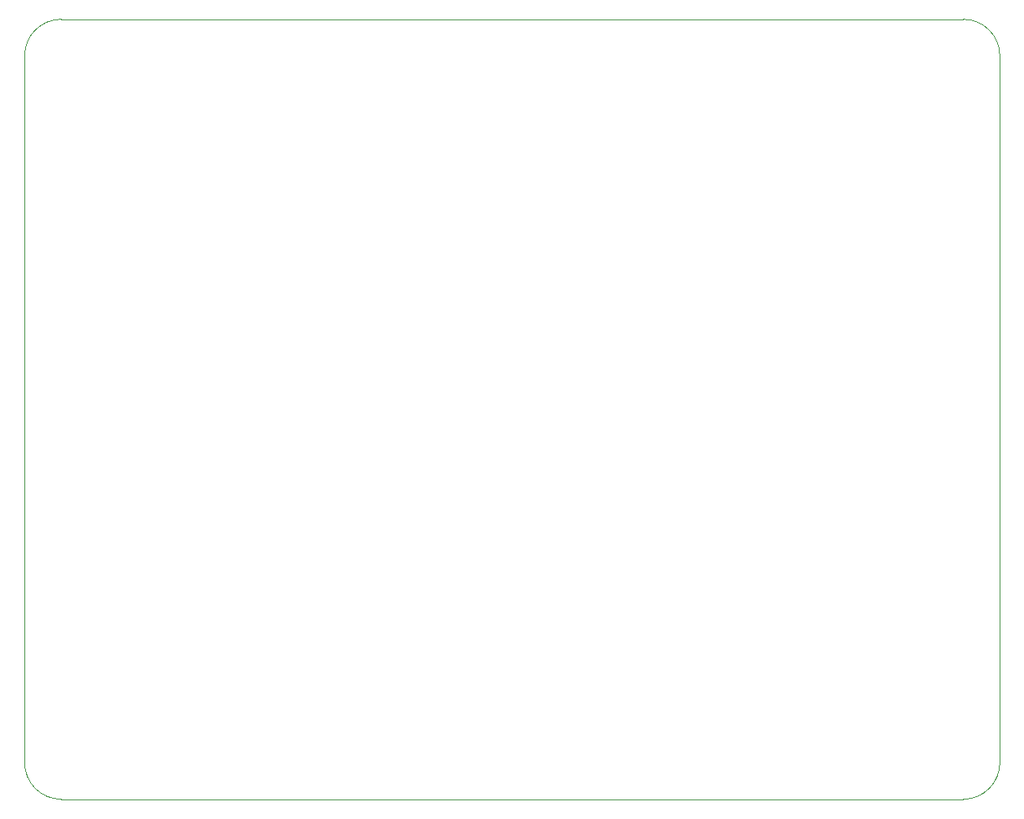
<source format=gbr>
%TF.GenerationSoftware,KiCad,Pcbnew,(5.1.9)-1*%
%TF.CreationDate,2021-03-30T21:11:26+02:00*%
%TF.ProjectId,RemoteCtrl,52656d6f-7465-4437-9472-6c2e6b696361,v0.1*%
%TF.SameCoordinates,Original*%
%TF.FileFunction,Profile,NP*%
%FSLAX46Y46*%
G04 Gerber Fmt 4.6, Leading zero omitted, Abs format (unit mm)*
G04 Created by KiCad (PCBNEW (5.1.9)-1) date 2021-03-30 21:11:26*
%MOMM*%
%LPD*%
G01*
G04 APERTURE LIST*
%TA.AperFunction,Profile*%
%ADD10C,0.050000*%
%TD*%
G04 APERTURE END LIST*
D10*
X92710000Y-31750000D02*
X92710000Y-105410000D01*
X190500000Y-27940000D02*
X96520000Y-27940000D01*
X194310000Y-105410000D02*
X194310000Y-31750000D01*
X96520000Y-109220000D02*
X190500000Y-109220000D01*
X194310000Y-105410000D02*
G75*
G02*
X190500000Y-109220000I-3810000J0D01*
G01*
X96520000Y-109220000D02*
G75*
G02*
X92710000Y-105410000I0J3810000D01*
G01*
X92710000Y-31750000D02*
G75*
G02*
X96520000Y-27940000I3810000J0D01*
G01*
X190500000Y-27940000D02*
G75*
G02*
X194310000Y-31750000I0J-3810000D01*
G01*
M02*

</source>
